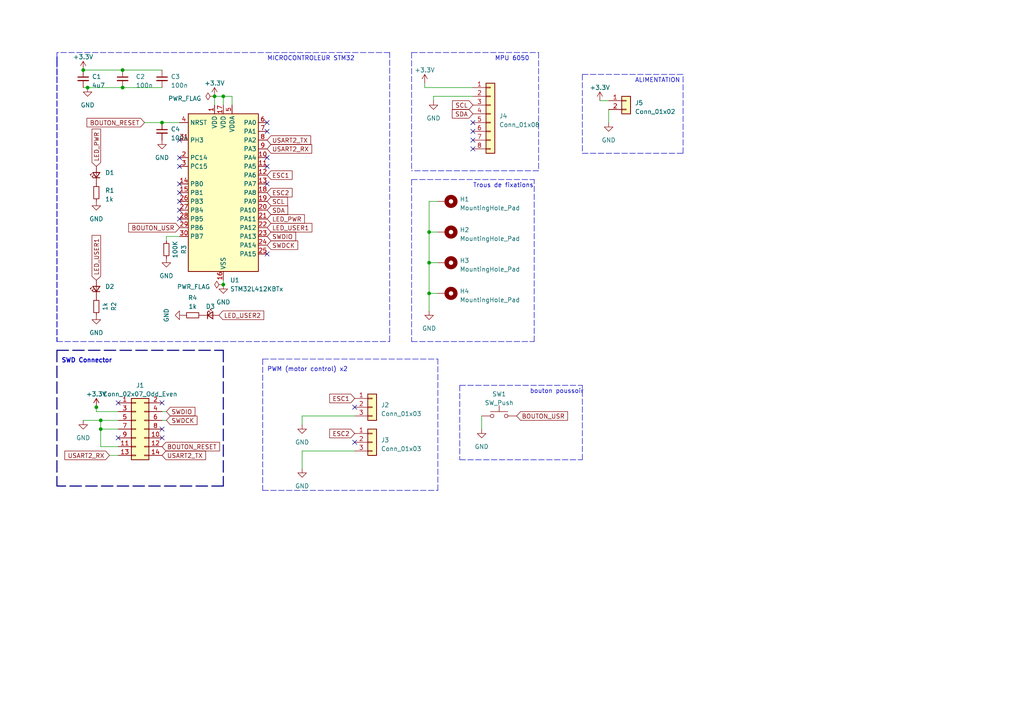
<source format=kicad_sch>
(kicad_sch (version 20230121) (generator eeschema)
  (paper "A4")
  (lib_symbols
    (symbol "Connector_Generic:Conn_01x02" (pin_names (offset 1.016) hide)
      (property "Reference" "J" (at 0 2.54 0))
      (property "Value" "Conn_01x02" (at 0 -5.08 0))
      (symbol "Conn_01x02_1_1"
        (rectangle (start -1.27 -2.413) (end 0 -2.667) (stroke (width 0.1524)))
        (rectangle (start -1.27 0.127) (end 0 -0.127) (stroke (width 0.1524)))
        (rectangle (start -1.27 1.27) (end 1.27 -3.81) (stroke (width 0.254)) (fill (type background)))
        (pin passive line (at -5.08 0 0) (length 3.81) (name "Pin_1") (number "1"))
        (pin passive line (at -5.08 -2.54 0) (length 3.81) (name "Pin_2") (number "2"))
      )
    )
    (symbol "Connector_Generic:Conn_01x03" (pin_names (offset 1.016) hide)
      (property "Reference" "J" (at 0 5.08 0))
      (property "Value" "Conn_01x03" (at 0 -5.08 0))
      (symbol "Conn_01x03_1_1"
        (rectangle (start -1.27 -2.413) (end 0 -2.667) (stroke (width 0.1524)))
        (rectangle (start -1.27 0.127) (end 0 -0.127) (stroke (width 0.1524)))
        (rectangle (start -1.27 2.667) (end 0 2.413) (stroke (width 0.1524)))
        (rectangle (start -1.27 3.81) (end 1.27 -3.81) (stroke (width 0.254)) (fill (type background)))
        (pin passive line (at -5.08 2.54 0) (length 3.81) (name "Pin_1") (number "1"))
        (pin passive line (at -5.08 0 0) (length 3.81) (name "Pin_2") (number "2"))
        (pin passive line (at -5.08 -2.54 0) (length 3.81) (name "Pin_3") (number "3"))
      )
    )
    (symbol "Connector_Generic:Conn_01x08" (pin_names (offset 1.016) hide)
      (property "Reference" "J" (at 0 10.16 0))
      (property "Value" "Conn_01x08" (at 0 -12.7 0))
      (symbol "Conn_01x08_1_1"
        (rectangle (start -1.27 -10.033) (end 0 -10.287) (stroke (width 0.1524)))
        (rectangle (start -1.27 -7.493) (end 0 -7.747) (stroke (width 0.1524)))
        (rectangle (start -1.27 -4.953) (end 0 -5.207) (stroke (width 0.1524)))
        (rectangle (start -1.27 -2.413) (end 0 -2.667) (stroke (width 0.1524)))
        (rectangle (start -1.27 0.127) (end 0 -0.127) (stroke (width 0.1524)))
        (rectangle (start -1.27 2.667) (end 0 2.413) (stroke (width 0.1524)))
        (rectangle (start -1.27 5.207) (end 0 4.953) (stroke (width 0.1524)))
        (rectangle (start -1.27 7.747) (end 0 7.493) (stroke (width 0.1524)))
        (rectangle (start -1.27 8.89) (end 1.27 -11.43) (stroke (width 0.254)) (fill (type background)))
        (pin passive line (at -5.08 7.62 0) (length 3.81) (name "Pin_1") (number "1"))
        (pin passive line (at -5.08 5.08 0) (length 3.81) (name "Pin_2") (number "2"))
        (pin passive line (at -5.08 2.54 0) (length 3.81) (name "Pin_3") (number "3"))
        (pin passive line (at -5.08 0 0) (length 3.81) (name "Pin_4") (number "4"))
        (pin passive line (at -5.08 -2.54 0) (length 3.81) (name "Pin_5") (number "5"))
        (pin passive line (at -5.08 -5.08 0) (length 3.81) (name "Pin_6") (number "6"))
        (pin passive line (at -5.08 -7.62 0) (length 3.81) (name "Pin_7") (number "7"))
        (pin passive line (at -5.08 -10.16 0) (length 3.81) (name "Pin_8") (number "8"))
      )
    )
    (symbol "Connector_Generic:Conn_02x07_Odd_Even" (pin_names (offset 1.016) hide)
      (property "Reference" "J" (at 1.27 10.16 0))
      (property "Value" "Conn_02x07_Odd_Even" (at 1.27 -10.16 0))
      (symbol "Conn_02x07_Odd_Even_1_1"
        (rectangle (start -1.27 -7.493) (end 0 -7.747) (stroke (width 0.1524)))
        (rectangle (start -1.27 -4.953) (end 0 -5.207) (stroke (width 0.1524)))
        (rectangle (start -1.27 -2.413) (end 0 -2.667) (stroke (width 0.1524)))
        (rectangle (start -1.27 0.127) (end 0 -0.127) (stroke (width 0.1524)))
        (rectangle (start -1.27 2.667) (end 0 2.413) (stroke (width 0.1524)))
        (rectangle (start -1.27 5.207) (end 0 4.953) (stroke (width 0.1524)))
        (rectangle (start -1.27 7.747) (end 0 7.493) (stroke (width 0.1524)))
        (rectangle (start -1.27 8.89) (end 3.81 -8.89) (stroke (width 0.254)) (fill (type background)))
        (rectangle (start 3.81 -7.493) (end 2.54 -7.747) (stroke (width 0.1524)))
        (rectangle (start 3.81 -4.953) (end 2.54 -5.207) (stroke (width 0.1524)))
        (rectangle (start 3.81 -2.413) (end 2.54 -2.667) (stroke (width 0.1524)))
        (rectangle (start 3.81 0.127) (end 2.54 -0.127) (stroke (width 0.1524)))
        (rectangle (start 3.81 2.667) (end 2.54 2.413) (stroke (width 0.1524)))
        (rectangle (start 3.81 5.207) (end 2.54 4.953) (stroke (width 0.1524)))
        (rectangle (start 3.81 7.747) (end 2.54 7.493) (stroke (width 0.1524)))
        (pin passive line (at -5.08 7.62 0) (length 3.81) (name "Pin_1") (number "1"))
        (pin passive line (at 7.62 -2.54 180) (length 3.81) (name "Pin_10") (number "10"))
        (pin passive line (at -5.08 -5.08 0) (length 3.81) (name "Pin_11") (number "11"))
        (pin passive line (at 7.62 -5.08 180) (length 3.81) (name "Pin_12") (number "12"))
        (pin passive line (at -5.08 -7.62 0) (length 3.81) (name "Pin_13") (number "13"))
        (pin passive line (at 7.62 -7.62 180) (length 3.81) (name "Pin_14") (number "14"))
        (pin passive line (at 7.62 7.62 180) (length 3.81) (name "Pin_2") (number "2"))
        (pin passive line (at -5.08 5.08 0) (length 3.81) (name "Pin_3") (number "3"))
        (pin passive line (at 7.62 5.08 180) (length 3.81) (name "Pin_4") (number "4"))
        (pin passive line (at -5.08 2.54 0) (length 3.81) (name "Pin_5") (number "5"))
        (pin passive line (at 7.62 2.54 180) (length 3.81) (name "Pin_6") (number "6"))
        (pin passive line (at -5.08 0 0) (length 3.81) (name "Pin_7") (number "7"))
        (pin passive line (at 7.62 0 180) (length 3.81) (name "Pin_8") (number "8"))
        (pin passive line (at -5.08 -2.54 0) (length 3.81) (name "Pin_9") (number "9"))
      )
    )
    (symbol "Device:C_Small" (pin_numbers hide) (pin_names (offset 0.254) hide)
      (property "Reference" "C" (at 0.254 1.778 0))
      (property "Value" "C_Small" (at 0.254 -2.032 0))
      (symbol "C_Small_0_1"
        (polyline (pts (xy -1.524 -0.508) (xy 1.524 -0.508)) (stroke (width 0.3302)))
        (polyline (pts (xy -1.524 0.508) (xy 1.524 0.508)) (stroke (width 0.3048)))
      )
      (symbol "C_Small_1_1"
        (pin passive line (at 0 2.54 270) (length 2.032) (name "~") (number "1"))
        (pin passive line (at 0 -2.54 90) (length 2.032) (name "~") (number "2"))
      )
    )
    (symbol "Device:LED_Small" (pin_numbers hide) (pin_names (offset 0.254) hide)
      (property "Reference" "D" (at -1.27 3.175 0))
      (property "Value" "LED_Small" (at -4.445 -2.54 0))
      (symbol "LED_Small_0_1"
        (polyline (pts (xy -0.762 -1.016) (xy -0.762 1.016)) (stroke (width 0.254)))
        (polyline (pts (xy 1.016 0) (xy -0.762 0)))
        (polyline (pts (xy 0.762 -1.016) (xy -0.762 0) (xy 0.762 1.016) (xy 0.762 -1.016)) (stroke (width 0.254)))
        (polyline (pts (xy 0 0.762) (xy -0.508 1.27) (xy -0.254 1.27) (xy -0.508 1.27) (xy -0.508 1.016)))
        (polyline (pts (xy 0.508 1.27) (xy 0 1.778) (xy 0.254 1.778) (xy 0 1.778) (xy 0 1.524)))
      )
      (symbol "LED_Small_1_1"
        (pin passive line (at -2.54 0 0) (length 1.778) (name "K") (number "1"))
        (pin passive line (at 2.54 0 180) (length 1.778) (name "A") (number "2"))
      )
    )
    (symbol "Device:R_Small" (pin_numbers hide) (pin_names (offset 0.254) hide)
      (property "Reference" "R" (at 0.762 0.508 0))
      (property "Value" "R_Small" (at 0.762 -1.016 0))
      (symbol "R_Small_0_1"
        (rectangle (start -0.762 1.778) (end 0.762 -1.778) (stroke (width 0.2032)))
      )
      (symbol "R_Small_1_1"
        (pin passive line (at 0 2.54 270) (length 0.762) (name "~") (number "1"))
        (pin passive line (at 0 -2.54 90) (length 0.762) (name "~") (number "2"))
      )
    )
    (symbol "MCU_ST_STM32L4:STM32L412KBTx"
      (property "Reference" "U" (at -10.16 24.13 0))
      (property "Value" "STM32L412KBTx" (at 5.08 24.13 0))
      (symbol "STM32L412KBTx_0_1"
        (rectangle (start -10.16 22.86) (end 10.16 -22.86) (stroke (width 0.254)) (fill (type background)))
      )
      (symbol "STM32L412KBTx_1_1"
        (pin power_in line (at -2.54 25.4 270) (length 2.54) (name "VDD") (number "1"))
        (pin bidirectional line (at 12.7 10.16 180) (length 2.54) (name "PA4") (number "10"))
        (pin bidirectional line (at 12.7 7.62 180) (length 2.54) (name "PA5") (number "11"))
        (pin bidirectional line (at 12.7 5.08 180) (length 2.54) (name "PA6") (number "12"))
        (pin bidirectional line (at 12.7 2.54 180) (length 2.54) (name "PA7") (number "13"))
        (pin bidirectional line (at -12.7 2.54 0) (length 2.54) (name "PB0") (number "14"))
        (pin bidirectional line (at -12.7 0 0) (length 2.54) (name "PB1") (number "15"))
        (pin power_in line (at 0 -25.4 90) (length 2.54) (name "VSS") (number "16"))
        (pin power_in line (at 0 25.4 270) (length 2.54) (name "VDD") (number "17"))
        (pin bidirectional line (at 12.7 0 180) (length 2.54) (name "PA8") (number "18"))
        (pin bidirectional line (at 12.7 -2.54 180) (length 2.54) (name "PA9") (number "19"))
        (pin bidirectional line (at -12.7 10.16 0) (length 2.54) (name "PC14") (number "2"))
        (pin bidirectional line (at 12.7 -5.08 180) (length 2.54) (name "PA10") (number "20"))
        (pin bidirectional line (at 12.7 -7.62 180) (length 2.54) (name "PA11") (number "21"))
        (pin bidirectional line (at 12.7 -10.16 180) (length 2.54) (name "PA12") (number "22"))
        (pin bidirectional line (at 12.7 -12.7 180) (length 2.54) (name "PA13") (number "23"))
        (pin bidirectional line (at 12.7 -15.24 180) (length 2.54) (name "PA14") (number "24"))
        (pin bidirectional line (at 12.7 -17.78 180) (length 2.54) (name "PA15") (number "25"))
        (pin bidirectional line (at -12.7 -2.54 0) (length 2.54) (name "PB3") (number "26"))
        (pin bidirectional line (at -12.7 -5.08 0) (length 2.54) (name "PB4") (number "27"))
        (pin bidirectional line (at -12.7 -7.62 0) (length 2.54) (name "PB5") (number "28"))
        (pin bidirectional line (at -12.7 -10.16 0) (length 2.54) (name "PB6") (number "29"))
        (pin bidirectional line (at -12.7 7.62 0) (length 2.54) (name "PC15") (number "3"))
        (pin bidirectional line (at -12.7 -12.7 0) (length 2.54) (name "PB7") (number "30"))
        (pin bidirectional line (at -12.7 15.24 0) (length 2.54) (name "PH3") (number "31"))
        (pin passive line (at 0 -25.4 90) (length 2.54) hide (name "VSS") (number "32"))
        (pin input line (at -12.7 20.32 0) (length 2.54) (name "NRST") (number "4"))
        (pin power_in line (at 2.54 25.4 270) (length 2.54) (name "VDDA") (number "5"))
        (pin bidirectional line (at 12.7 20.32 180) (length 2.54) (name "PA0") (number "6"))
        (pin bidirectional line (at 12.7 17.78 180) (length 2.54) (name "PA1") (number "7"))
        (pin bidirectional line (at 12.7 15.24 180) (length 2.54) (name "PA2") (number "8"))
        (pin bidirectional line (at 12.7 12.7 180) (length 2.54) (name "PA3") (number "9"))
      )
    )
    (symbol "Mechanical:MountingHole_Pad" (pin_numbers hide) (pin_names (offset 1.016) hide)
      (property "Reference" "H" (at 0 6.35 0))
      (property "Value" "MountingHole_Pad" (at 0 4.445 0))
      (symbol "MountingHole_Pad_0_1"
        (circle (center 0 1.27) (radius 1.27) (stroke (width 1.27)))
      )
      (symbol "MountingHole_Pad_1_1"
        (pin input line (at 0 -2.54 90) (length 2.54) (name "1") (number "1"))
      )
    )
    (symbol "Switch:SW_Push" (pin_numbers hide) (pin_names (offset 1.016) hide)
      (property "Reference" "SW" (at 1.27 2.54 0))
      (property "Value" "SW_Push" (at 0 -1.524 0))
      (symbol "SW_Push_0_1"
        (circle (center -2.032 0) (radius 0.508))
        (polyline (pts (xy 0 1.27) (xy 0 3.048)))
        (polyline (pts (xy 2.54 1.27) (xy -2.54 1.27)))
        (circle (center 2.032 0) (radius 0.508))
        (pin passive line (at -5.08 0 0) (length 2.54) (name "1") (number "1"))
        (pin passive line (at 5.08 0 180) (length 2.54) (name "2") (number "2"))
      )
    )
    (symbol "power:+3.3V" (power) (pin_names (offset 0))
      (property "Value" "+3.3V" (at 0 3.556 0))
      (symbol "+3.3V_0_1"
        (polyline (pts (xy -0.762 1.27) (xy 0 2.54)))
        (polyline (pts (xy 0 0) (xy 0 2.54)))
        (polyline (pts (xy 0 2.54) (xy 0.762 1.27)))
      )
      (symbol "+3.3V_1_1"
        (pin power_in line (at 0 0 90) (length 0) hide (name "+3.3V") (number "1"))
      )
    )
    (symbol "power:GND" (power) (pin_names (offset 0))
      (property "Value" "GND" (at 0 -3.81 0))
      (symbol "GND_0_1"
        (polyline (pts (xy 0 0) (xy 0 -1.27) (xy 1.27 -1.27) (xy 0 -2.54) (xy -1.27 -1.27) (xy 0 -1.27)))
      )
      (symbol "GND_1_1"
        (pin power_in line (at 0 0 270) (length 0) hide (name "GND") (number "1"))
      )
    )
    (symbol "power:PWR_FLAG" (power) (pin_numbers hide) (pin_names (offset 0) hide)
      (property "Value" "PWR_FLAG" (at 0 3.81 0))
      (symbol "PWR_FLAG_0_0"
        (pin power_out line (at 0 0 90) (length 0) (name "pwr") (number "1"))
      )
      (symbol "PWR_FLAG_0_1"
        (polyline (pts (xy 0 0) (xy 0 1.27) (xy -1.016 1.905) (xy 0 2.54) (xy 1.016 1.905) (xy 0 1.27)))
      )
    )
  )
  (junction (at 29.21 121.92))
  (junction (at 24.13 20.32))
  (junction (at 29.21 124.46))
  (junction (at 35.56 20.32))
  (junction (at 64.77 82.55))
  (junction (at 46.99 35.56))
  (junction (at 124.46 76.2))
  (junction (at 64.77 27.94))
  (junction (at 62.23 27.94))
  (junction (at 124.46 85.09))
  (junction (at 25.4 25.4))
  (junction (at 35.56 25.4))
  (junction (at 27.94 118.11))
  (junction (at 124.46 67.31))
  (no_connect (at 77.47 35.56))
  (no_connect (at 52.07 58.42))
  (no_connect (at 34.29 127))
  (no_connect (at 137.16 43.18))
  (no_connect (at 46.99 116.84))
  (no_connect (at 46.99 127))
  (no_connect (at 137.16 38.1))
  (no_connect (at 102.87 118.11))
  (no_connect (at 77.47 38.1))
  (no_connect (at 46.99 124.46))
  (no_connect (at 77.47 73.66))
  (no_connect (at 52.07 53.34))
  (no_connect (at 52.07 55.88))
  (no_connect (at 52.07 40.64))
  (no_connect (at 77.47 48.26))
  (no_connect (at 34.29 116.84))
  (no_connect (at 102.87 128.27))
  (no_connect (at 52.07 63.5))
  (no_connect (at 77.47 53.34))
  (no_connect (at 137.16 40.64))
  (no_connect (at 52.07 45.72))
  (no_connect (at 52.07 60.96))
  (no_connect (at 52.07 48.26))
  (no_connect (at 77.47 45.72))
  (no_connect (at 137.16 35.56))
  (polyline (pts (xy 16.51 17.78) (xy 16.51 99.06)) (stroke (width 0) (type dash)))
  (polyline (pts (xy 16.51 17.78) (xy 16.51 99.06)) (stroke (width 0) (type dash)))
  (wire (pts (xy 123.19 25.4) (xy 123.19 24.13)))
  (wire (pts (xy 67.31 27.94) (xy 67.31 30.48)))
  (wire (pts (xy 124.46 76.2) (xy 124.46 85.09)))
  (polyline (pts (xy 168.91 133.35) (xy 168.91 111.76)) (stroke (width 0) (type dash)))
  (polyline (pts (xy 156.21 15.24) (xy 156.21 49.53)) (stroke (width 0) (type dash)))
  (polyline (pts (xy 16.51 16.51) (xy 16.51 17.78)) (stroke (width 0) (type dash)))
  (wire (pts (xy 27.94 119.38) (xy 27.94 118.11)))
  (wire (pts (xy 64.77 27.94) (xy 62.23 27.94)))
  (wire (pts (xy 41.91 35.56) (xy 46.99 35.56)))
  (polyline (pts (xy 16.51 17.78) (xy 16.51 99.06)) (stroke (width 0) (type dash)))
  (polyline (pts (xy 16.51 99.06) (xy 113.03 99.06)) (stroke (width 0) (type dash)))
  (polyline (pts (xy 198.12 44.45) (xy 198.12 21.59)) (stroke (width 0) (type dash)))
  (polyline (pts (xy 16.51 15.24) (xy 16.51 22.86)) (stroke (width 0) (type dash)))
  (polyline (pts (xy 133.35 111.76) (xy 168.91 111.76)) (stroke (width 0) (type dash)))
  (wire (pts (xy 125.73 29.21) (xy 125.73 27.94)))
  (polyline (pts (xy 119.38 52.07) (xy 119.38 99.06)) (stroke (width 0) (type dash)))
  (polyline (pts (xy 119.38 52.07) (xy 154.94 52.07)) (stroke (width 0) (type dash)))
  (polyline (pts (xy 168.91 21.59) (xy 168.91 44.45)) (stroke (width 0) (type dash)))
  (polyline (pts (xy 156.21 49.53) (xy 119.38 49.53)) (stroke (width 0) (type dash)))
  (polyline (pts (xy 76.2 142.24) (xy 127 142.24)) (stroke (width 0) (type dash)))
  (polyline (pts (xy 127 142.24) (xy 127 104.14)) (stroke (width 0) (type dash)))
  (wire (pts (xy 124.46 58.42) (xy 124.46 67.31)))
  (bus (pts (xy 16.51 101.6) (xy 64.77 101.6)) (stroke (width 0) (type dash)))
  (polyline (pts (xy 133.35 133.35) (xy 168.91 133.35)) (stroke (width 0) (type dash)))
  (wire (pts (xy 48.26 119.38) (xy 46.99 119.38)))
  (wire (pts (xy 48.26 69.85) (xy 48.26 68.58)))
  (bus (pts (xy 64.77 101.6) (xy 64.77 140.97)) (stroke (width 0) (type dash)))
  (wire (pts (xy 46.99 35.56) (xy 52.07 35.56)))
  (wire (pts (xy 64.77 27.94) (xy 67.31 27.94)))
  (polyline (pts (xy 168.91 44.45) (xy 198.12 44.45)) (stroke (width 0) (type dash)))
  (wire (pts (xy 35.56 20.32) (xy 46.99 20.32)))
  (wire (pts (xy 87.63 135.89) (xy 87.63 130.81)))
  (wire (pts (xy 64.77 30.48) (xy 64.77 27.94)))
  (wire (pts (xy 62.23 27.94) (xy 62.23 30.48)))
  (wire (pts (xy 173.99 29.21) (xy 176.53 29.21)))
  (wire (pts (xy 24.13 121.92) (xy 29.21 121.92)))
  (polyline (pts (xy 113.03 99.06) (xy 113.03 15.24)) (stroke (width 0) (type dash)))
  (wire (pts (xy 139.7 124.46) (xy 139.7 120.65)))
  (wire (pts (xy 24.13 20.32) (xy 35.56 20.32)))
  (polyline (pts (xy 76.2 104.14) (xy 76.2 142.24)) (stroke (width 0) (type dash)))
  (polyline (pts (xy 168.91 21.59) (xy 198.12 21.59)) (stroke (width 0) (type dash)))
  (wire (pts (xy 87.63 123.19) (xy 87.63 120.65)))
  (wire (pts (xy 127 58.42) (xy 124.46 58.42)))
  (wire (pts (xy 29.21 121.92) (xy 34.29 121.92)))
  (wire (pts (xy 48.26 68.58) (xy 52.07 68.58)))
  (wire (pts (xy 64.77 82.55) (xy 64.77 81.28)))
  (wire (pts (xy 124.46 67.31) (xy 124.46 76.2)))
  (wire (pts (xy 24.13 25.4) (xy 25.4 25.4)))
  (wire (pts (xy 29.21 121.92) (xy 29.21 124.46)))
  (polyline (pts (xy 16.51 17.78) (xy 16.51 19.05)) (stroke (width 0) (type dash)))
  (polyline (pts (xy 119.38 99.06) (xy 154.94 99.06)) (stroke (width 0) (type dash)))
  (wire (pts (xy 124.46 85.09) (xy 127 85.09)))
  (wire (pts (xy 31.75 132.08) (xy 34.29 132.08)))
  (wire (pts (xy 29.21 124.46) (xy 29.21 129.54)))
  (polyline (pts (xy 16.51 16.51) (xy 16.51 17.78)) (stroke (width 0) (type dash)))
  (polyline (pts (xy 16.51 16.51) (xy 16.51 17.78)) (stroke (width 0) (type dash)))
  (wire (pts (xy 125.73 27.94) (xy 137.16 27.94)))
  (wire (pts (xy 176.53 35.56) (xy 176.53 31.75)))
  (wire (pts (xy 25.4 25.4) (xy 35.56 25.4)))
  (wire (pts (xy 29.21 124.46) (xy 34.29 124.46)))
  (bus (pts (xy 16.51 101.6) (xy 16.51 140.97)) (stroke (width 0) (type dash)))
  (wire (pts (xy 124.46 76.2) (xy 127 76.2)))
  (wire (pts (xy 124.46 85.09) (xy 124.46 90.17)))
  (wire (pts (xy 87.63 120.65) (xy 102.87 120.65)))
  (polyline (pts (xy 119.38 15.24) (xy 119.38 49.53)) (stroke (width 0) (type dash)))
  (polyline (pts (xy 154.94 99.06) (xy 154.94 52.07)) (stroke (width 0) (type dash)))
  (wire (pts (xy 48.26 121.92) (xy 46.99 121.92)))
  (polyline (pts (xy 16.51 16.51) (xy 16.51 17.78)) (stroke (width 0) (type dash)))
  (wire (pts (xy 29.21 129.54) (xy 34.29 129.54)))
  (wire (pts (xy 35.56 25.4) (xy 46.99 25.4)))
  (wire (pts (xy 34.29 119.38) (xy 27.94 119.38)))
  (bus (pts (xy 64.77 140.97) (xy 16.51 140.97)) (stroke (width 0) (type dash)))
  (polyline (pts (xy 119.38 15.24) (xy 156.21 15.24)) (stroke (width 0) (type dash)))
  (wire (pts (xy 137.16 25.4) (xy 123.19 25.4)))
  (polyline (pts (xy 133.35 111.76) (xy 133.35 133.35)) (stroke (width 0) (type dash)))
  (wire (pts (xy 87.63 130.81) (xy 102.87 130.81)))
  (polyline (pts (xy 76.2 104.14) (xy 127 104.14)) (stroke (width 0) (type dash)))
  (polyline (pts (xy 113.03 15.24) (xy 16.51 15.24)) (stroke (width 0) (type dash)))
  (wire (pts (xy 124.46 67.31) (xy 127 67.31)))
  (text "PWM (motor control) x2\n" (at 77.47 107.95 0) (effects (font (size 1.27 1.27)) (justify left bottom)))
  (text "bouton poussoir" (at 153.67 114.3 0) (effects (font (size 1.27 1.27)) (justify left bottom)))
  (text "MPU 6050" (at 143.51 17.78 0) (effects (font (size 1.27 1.27)) (justify left bottom)))
  (text "Trous de fixations" (at 137.16 54.61 0) (effects (font (size 1.27 1.27)) (justify left bottom)))
  (text "ALIMENTATION" (at 184.15 24.13 0) (effects (font (size 1.27 1.27)) (justify left bottom)))
  (text "MICROCONTROLEUR STM32 " (at 77.47 17.78 0) (effects (font (size 1.27 1.27)) (justify left bottom)))
  (text "SWD Connector" (at 17.78 105.41 0) (effects (font (size 1.27 1.27) (thickness 0.254) bold) (justify left bottom)))
  (global_label "SWDIO" (shape input) (at 77.47 68.58 0) (property "Intersheetrefs" "${INTERSHEET_REFS}" (effects hide)))
  (global_label "BOUTON_RESET" (shape input) (at 46.99 129.54 0) (property "Intersheetrefs" "${INTERSHEET_REFS}" (effects hide)))
  (global_label "BOUTON_USR" (shape input) (at 149.86 120.65 0) (property "Intersheetrefs" "${INTERSHEET_REFS}" (effects hide)))
  (global_label "SDA" (shape input) (at 137.16 33.02 180) (property "Intersheetrefs" "${INTERSHEET_REFS}" (effects hide)))
  (global_label "SWDIO" (shape input) (at 48.26 119.38 0) (property "Intersheetrefs" "${INTERSHEET_REFS}" (effects hide)))
  (global_label "BOUTON_USR" (shape input) (at 52.07 66.04 180) (property "Intersheetrefs" "${INTERSHEET_REFS}" (effects hide)))
  (global_label "SWDCK" (shape input) (at 77.47 71.12 0) (property "Intersheetrefs" "${INTERSHEET_REFS}" (effects hide)))
  (global_label "LED_USER1" (shape input) (at 27.94 81.28 90) (property "Intersheetrefs" "${INTERSHEET_REFS}" (effects hide)))
  (global_label "USART2_TX" (shape input) (at 77.47 40.64 0) (property "Intersheetrefs" "${INTERSHEET_REFS}" (effects hide)))
  (global_label "SWDCK" (shape input) (at 48.26 121.92 0) (property "Intersheetrefs" "${INTERSHEET_REFS}" (effects hide)))
  (global_label "LED_USER2" (shape input) (at 63.5 91.44 0) (property "Intersheetrefs" "${INTERSHEET_REFS}" (effects hide)))
  (global_label "USART2_TX" (shape input) (at 46.99 132.08 0) (property "Intersheetrefs" "${INTERSHEET_REFS}" (effects hide)))
  (global_label "ESC2" (shape input) (at 102.87 125.73 180) (property "Intersheetrefs" "${INTERSHEET_REFS}" (effects hide)))
  (global_label "LED_PWR" (shape input) (at 27.94 48.26 90) (property "Intersheetrefs" "${INTERSHEET_REFS}" (effects hide)))
  (global_label "LED_PWR" (shape input) (at 77.47 63.5 0) (property "Intersheetrefs" "${INTERSHEET_REFS}" (effects hide)))
  (global_label "USART2_RX" (shape input) (at 77.47 43.18 0) (property "Intersheetrefs" "${INTERSHEET_REFS}" (effects hide)))
  (global_label "USART2_RX" (shape input) (at 31.75 132.08 180) (property "Intersheetrefs" "${INTERSHEET_REFS}" (effects hide)))
  (global_label "ESC2" (shape input) (at 77.47 55.88 0) (property "Intersheetrefs" "${INTERSHEET_REFS}" (effects hide)))
  (global_label "SDA" (shape input) (at 77.47 60.96 0) (property "Intersheetrefs" "${INTERSHEET_REFS}" (effects hide)))
  (global_label "SCL" (shape input) (at 77.47 58.42 0) (property "Intersheetrefs" "${INTERSHEET_REFS}" (effects hide)))
  (global_label "ESC1" (shape input) (at 77.47 50.8 0) (property "Intersheetrefs" "${INTERSHEET_REFS}" (effects hide)))
  (global_label "BOUTON_RESET" (shape input) (at 41.91 35.56 180) (property "Intersheetrefs" "${INTERSHEET_REFS}" (effects hide)))
  (global_label "ESC1" (shape input) (at 102.87 115.57 180) (property "Intersheetrefs" "${INTERSHEET_REFS}" (effects hide)))
  (global_label "SCL" (shape input) (at 137.16 30.48 180) (property "Intersheetrefs" "${INTERSHEET_REFS}" (effects hide)))
  (global_label "LED_USER1" (shape input) (at 77.47 66.04 0) (property "Intersheetrefs" "${INTERSHEET_REFS}" (effects hide)))
  (symbol (lib_id "Connector_Generic:Conn_01x03") (at 107.95 118.11 0) (unit 1)
    (property "Reference" "J2" (at 110.49 117.475 0) (effects (justify left)))
    (property "Value" "Conn_01x03" (at 110.49 120.015 0) (effects (justify left)))
    (property "Footprint" "Connector_JST:JST_XH_B3B-XH-A_1x03_P2.50mm_Vertical" (effects hide))
  )
  (symbol (lib_id "power:GND") (at 87.63 135.89 0) (unit 1)
    (property "Reference" "#PWR014" (effects hide))
    (property "Value" "GND" (at 87.63 140.97 0))
  )
  (symbol (lib_id "power:GND") (at 125.73 29.21 0) (unit 1)
    (property "Reference" "#PWR017" (effects hide))
    (property "Value" "GND" (at 125.73 34.29 0))
  )
  (symbol (lib_id "power:GND") (at 64.77 82.55 0) (unit 1)
    (property "Reference" "#PWR012" (effects hide))
    (property "Value" "GND" (at 64.77 87.63 0))
  )
  (symbol (lib_id "Device:R_Small") (at 27.94 55.88 0) (unit 1)
    (property "Reference" "R1" (at 30.48 55.245 0) (effects (justify left)))
    (property "Value" "1k" (at 30.48 57.785 0) (effects (justify left)))
    (property "Footprint" "Resistor_SMD:R_0603_1608Metric_Pad0.98x0.95mm_HandSolder" (effects hide))
  )
  (symbol (lib_id "Mechanical:MountingHole_Pad") (at 129.54 85.09 270) (unit 1)
    (property "Reference" "H4" (at 133.35 84.455 90) (effects (justify left)))
    (property "Value" "MountingHole_Pad" (at 133.35 86.995 90) (effects (justify left)))
    (property "Footprint" "MountingHole:MountingHole_3.2mm_M3_DIN965_Pad" (effects hide))
  )
  (symbol (lib_id "power:GND") (at 27.94 58.42 0) (unit 1)
    (property "Reference" "#PWR04" (effects hide))
    (property "Value" "GND" (at 27.94 63.5 0))
  )
  (symbol (lib_id "Connector_Generic:Conn_01x02") (at 181.61 29.21 0) (unit 1)
    (property "Reference" "J5" (at 184.15 29.845 0) (effects (justify left)))
    (property "Value" "Conn_01x02" (at 184.15 32.385 0) (effects (justify left)))
    (property "Footprint" "Connector_JST:JST_XH_B2B-XH-A_1x02_P2.50mm_Vertical" (effects hide))
  )
  (symbol (lib_id "power:+3.3V") (at 62.23 27.94 0) (unit 1)
    (property "Reference" "#PWR011" (effects hide))
    (property "Value" "+3.3V" (at 62.23 24.13 0))
  )
  (symbol (lib_id "Device:LED_Small") (at 27.94 50.8 90) (unit 1)
    (property "Reference" "D1" (at 30.48 50.1015 90) (effects (justify right)))
    (property "Value" "LED_Small" (effects hide))
    (property "Footprint" "LED_SMD:LED_0603_1608Metric_Pad1.05x0.95mm_HandSolder" (effects hide))
  )
  (symbol (lib_id "power:GND") (at 53.34 91.44 270) (unit 1)
    (property "Reference" "#PWR010" (effects hide))
    (property "Value" "GND" (at 48.26 91.44 0))
  )
  (symbol (lib_id "Mechanical:MountingHole_Pad") (at 129.54 58.42 270) (unit 1)
    (property "Reference" "H1" (at 133.35 57.785 90) (effects (justify left)))
    (property "Value" "MountingHole_Pad" (at 133.35 60.325 90) (effects (justify left)))
    (property "Footprint" "MountingHole:MountingHole_3.2mm_M3_DIN965_Pad" (effects hide))
  )
  (symbol (lib_id "Connector_Generic:Conn_01x08") (at 142.24 33.02 0) (unit 1)
    (property "Reference" "J4" (at 144.78 33.655 0) (effects (justify left)))
    (property "Value" "Conn_01x08" (at 144.78 36.195 0) (effects (justify left)))
    (property "Footprint" "Connector_JST:JST_XH_B8B-XH-A_1x08_P2.50mm_Vertical" (effects hide))
  )
  (symbol (lib_id "Device:C_Small") (at 24.13 22.86 0) (unit 1)
    (property "Reference" "C1" (at 26.67 22.2313 0) (effects (justify left)))
    (property "Value" "4u7" (at 26.67 24.7713 0) (effects (justify left)))
    (property "Footprint" "Capacitor_SMD:C_0603_1608Metric_Pad1.08x0.95mm_HandSolder" (effects hide))
  )
  (symbol (lib_id "power:+3.3V") (at 27.94 118.11 0) (unit 1)
    (property "Reference" "#PWR06" (effects hide))
    (property "Value" "+3.3V" (at 27.94 114.3 0))
  )
  (symbol (lib_id "Device:LED_Small") (at 27.94 83.82 90) (unit 1)
    (property "Reference" "D2" (at 30.48 83.1215 90) (effects (justify right)))
    (property "Value" "LED_Small" (effects hide))
    (property "Footprint" "LED_SMD:LED_0603_1608Metric_Pad1.05x0.95mm_HandSolder" (effects hide))
  )
  (symbol (lib_id "Device:C_Small") (at 35.56 22.86 0) (unit 1)
    (property "Reference" "C2" (at 39.37 22.2313 0) (effects (justify left)))
    (property "Value" "100n" (at 39.37 24.7713 0) (effects (justify left)))
    (property "Footprint" "Capacitor_SMD:C_0603_1608Metric_Pad1.08x0.95mm_HandSolder" (effects hide))
  )
  (symbol (lib_id "Mechanical:MountingHole_Pad") (at 129.54 76.2 270) (unit 1)
    (property "Reference" "H3" (at 133.35 75.565 90) (effects (justify left)))
    (property "Value" "MountingHole_Pad" (at 133.35 78.105 90) (effects (justify left)))
    (property "Footprint" "MountingHole:MountingHole_3.2mm_M3_DIN965_Pad" (effects hide))
  )
  (symbol (lib_id "power:+3.3V") (at 24.13 20.32 0) (unit 1)
    (property "Reference" "#PWR01" (effects hide))
    (property "Value" "+3.3V" (at 24.13 16.51 0))
  )
  (symbol (lib_id "Mechanical:MountingHole_Pad") (at 129.54 67.31 270) (unit 1)
    (property "Reference" "H2" (at 133.35 66.675 90) (effects (justify left)))
    (property "Value" "MountingHole_Pad" (at 133.35 69.215 90) (effects (justify left)))
    (property "Footprint" "MountingHole:MountingHole_3.2mm_M3_DIN965_Pad" (effects hide))
  )
  (symbol (lib_id "power:GND") (at 27.94 91.44 0) (unit 1)
    (property "Reference" "#PWR05" (effects hide))
    (property "Value" "GND" (at 27.94 96.52 0))
  )
  (symbol (lib_id "power:PWR_FLAG") (at 64.77 82.55 90) (unit 1)
    (property "Reference" "#FLG02" (effects hide))
    (property "Value" "PWR_FLAG" (at 60.96 83.185 90) (effects (justify left)))
  )
  (symbol (lib_id "Connector_Generic:Conn_01x03") (at 107.95 128.27 0) (unit 1)
    (property "Reference" "J3" (at 110.49 127.635 0) (effects (justify left)))
    (property "Value" "Conn_01x03" (at 110.49 130.175 0) (effects (justify left)))
    (property "Footprint" "Connector_JST:JST_XH_B3B-XH-A_1x03_P2.50mm_Vertical" (effects hide))
  )
  (symbol (lib_id "power:+3.3V") (at 123.19 24.13 0) (unit 1)
    (property "Reference" "#PWR015" (effects hide))
    (property "Value" "+3.3V" (at 123.19 20.32 0))
  )
  (symbol (lib_id "power:GND") (at 139.7 124.46 0) (unit 1)
    (property "Reference" "#PWR018" (effects hide))
    (property "Value" "GND" (at 139.7 129.54 0))
  )
  (symbol (lib_id "Device:LED_Small") (at 60.96 91.44 0) (unit 1)
    (property "Reference" "D3" (at 61.0235 88.9 0))
    (property "Value" "LED_Small" (effects hide))
    (property "Footprint" "LED_SMD:LED_0603_1608Metric_Pad1.05x0.95mm_HandSolder" (effects hide))
  )
  (symbol (lib_id "Device:C_Small") (at 46.99 22.86 0) (unit 1)
    (property "Reference" "C3" (at 49.53 22.2313 0) (effects (justify left)))
    (property "Value" "100n" (at 49.53 24.7713 0) (effects (justify left)))
    (property "Footprint" "Capacitor_SMD:C_0603_1608Metric_Pad1.08x0.95mm_HandSolder" (effects hide))
  )
  (symbol (lib_id "power:+3.3V") (at 173.99 29.21 0) (unit 1)
    (property "Reference" "#PWR020" (effects hide))
    (property "Value" "+3.3V" (at 173.99 25.4 0))
  )
  (symbol (lib_id "power:GND") (at 25.4 25.4 0) (unit 1)
    (property "Reference" "#PWR03" (effects hide))
    (property "Value" "GND" (at 25.4 30.48 0))
  )
  (symbol (lib_id "power:PWR_FLAG") (at 62.23 27.94 90) (unit 1)
    (property "Reference" "#FLG01" (effects hide))
    (property "Value" "PWR_FLAG" (at 58.42 28.575 90) (effects (justify left)))
  )
  (symbol (lib_id "power:GND") (at 48.26 74.93 0) (unit 1)
    (property "Reference" "#PWR09" (effects hide))
    (property "Value" "GND" (at 48.26 80.01 0))
  )
  (symbol (lib_id "power:GND") (at 24.13 121.92 0) (unit 1)
    (property "Reference" "#PWR02" (effects hide))
    (property "Value" "GND" (at 24.13 127 0))
  )
  (symbol (lib_id "Switch:SW_Push") (at 144.78 120.65 0) (unit 1)
    (property "Reference" "SW1" (at 144.78 114.3 0))
    (property "Value" "SW_Push" (at 144.78 116.84 0))
    (property "Footprint" "Button_Switch_SMD:SW_Push_1P1T_NO_6x6mm_H9.5mm" (effects hide))
  )
  (symbol (lib_id "Connector_Generic:Conn_02x07_Odd_Even") (at 39.37 124.46 0) (unit 1)
    (property "Reference" "J1" (at 40.64 111.76 0))
    (property "Value" "Conn_02x07_Odd_Even" (at 40.64 114.3 0))
    (property "Footprint" "Connector_PinHeader_1.27mm:PinHeader_2x07_P1.27mm_Vertical_SMD" (effects hide))
  )
  (symbol (lib_id "power:GND") (at 46.99 40.64 0) (unit 1)
    (property "Reference" "#PWR08" (effects hide))
    (property "Value" "GND" (at 46.99 45.72 0))
  )
  (symbol (lib_id "Device:R_Small") (at 55.88 91.44 270) (unit 1)
    (property "Reference" "R4" (at 55.88 86.36 90))
    (property "Value" "1k" (at 55.88 88.9 90))
    (property "Footprint" "Resistor_SMD:R_0603_1608Metric_Pad0.98x0.95mm_HandSolder" (effects hide))
  )
  (symbol (lib_id "Device:C_Small") (at 46.99 38.1 0) (unit 1)
    (property "Reference" "C4" (at 49.53 37.4713 0) (effects (justify left)))
    (property "Value" "100n" (at 49.53 40.0113 0) (effects (justify left)))
    (property "Footprint" "Capacitor_SMD:C_0603_1608Metric_Pad1.08x0.95mm_HandSolder" (effects hide))
  )
  (symbol (lib_id "power:GND") (at 87.63 123.19 0) (unit 1)
    (property "Reference" "#PWR013" (effects hide))
    (property "Value" "GND" (at 87.63 128.27 0))
  )
  (symbol (lib_id "power:GND") (at 176.53 35.56 0) (unit 1)
    (property "Reference" "#PWR019" (effects hide))
    (property "Value" "GND" (at 176.53 40.64 0))
  )
  (symbol (lib_id "power:+3.3V") (at 27.94 118.11 0) (unit 1)
    (property "Reference" "#PWR07" (effects hide))
    (property "Value" "+3.3V" (at 27.94 114.3 0))
  )
  (symbol (lib_id "Device:R_Small") (at 27.94 88.9 0) (unit 1)
    (property "Reference" "R2" (at 33.02 88.9 90))
    (property "Value" "1k" (at 30.48 88.9 90))
    (property "Footprint" "Resistor_SMD:R_0603_1608Metric_Pad0.98x0.95mm_HandSolder" (effects hide))
  )
  (symbol (lib_id "MCU_ST_STM32L4:STM32L412KBTx") (at 64.77 55.88 0) (unit 1)
    (property "Reference" "U1" (at 66.7259 81.28 0) (effects (justify left)))
    (property "Value" "STM32L412KBTx" (at 66.7259 83.82 0) (effects (justify left)))
    (property "Footprint" "Package_QFP:LQFP-32_7x7mm_P0.8mm" (effects hide))
    (property "Datasheet" "https://www.st.com/resource/en/datasheet/stm32l412kb.pdf" (effects hide))
  )
  (symbol (lib_id "power:GND") (at 124.46 90.17 0) (unit 1)
    (property "Reference" "#PWR016" (effects hide))
    (property "Value" "GND" (at 124.46 95.25 0))
  )
  (symbol (lib_id "Device:R_Small") (at 48.26 72.39 0) (unit 1)
    (property "Reference" "R3" (at 53.34 72.39 90))
    (property "Value" "100K" (at 50.8 72.39 90))
    (property "Footprint" "Resistor_SMD:R_0603_1608Metric_Pad0.98x0.95mm_HandSolder" (effects hide))
  )
)
</source>
